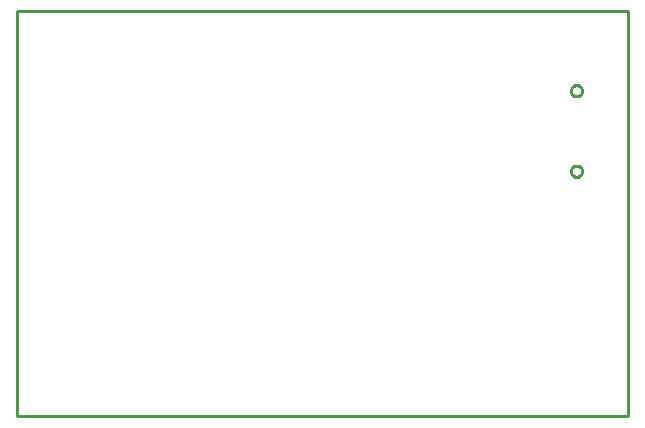
<source format=gko>
G04 EAGLE Gerber RS-274X export*
G75*
%MOMM*%
%FSLAX34Y34*%
%LPD*%
%INBoard Outline*%
%IPPOS*%
%AMOC8*
5,1,8,0,0,1.08239X$1,22.5*%
G01*
%ADD10C,0.000000*%
%ADD11C,0.254000*%


D10*
X0Y508000D02*
X517400Y508000D01*
X517400Y850800D01*
X0Y850800D01*
X0Y508000D01*
X469080Y715534D02*
X469082Y715672D01*
X469088Y715809D01*
X469098Y715946D01*
X469112Y716083D01*
X469130Y716219D01*
X469152Y716355D01*
X469177Y716490D01*
X469207Y716624D01*
X469240Y716758D01*
X469278Y716890D01*
X469319Y717021D01*
X469364Y717151D01*
X469413Y717280D01*
X469465Y717407D01*
X469521Y717533D01*
X469581Y717657D01*
X469644Y717779D01*
X469711Y717899D01*
X469781Y718017D01*
X469854Y718134D01*
X469931Y718248D01*
X470012Y718359D01*
X470095Y718469D01*
X470181Y718576D01*
X470271Y718680D01*
X470364Y718782D01*
X470459Y718881D01*
X470557Y718977D01*
X470658Y719070D01*
X470762Y719160D01*
X470868Y719248D01*
X470977Y719332D01*
X471088Y719413D01*
X471202Y719491D01*
X471317Y719565D01*
X471435Y719636D01*
X471555Y719704D01*
X471677Y719768D01*
X471800Y719828D01*
X471925Y719885D01*
X472052Y719939D01*
X472180Y719988D01*
X472310Y720034D01*
X472441Y720076D01*
X472573Y720115D01*
X472706Y720149D01*
X472840Y720180D01*
X472975Y720206D01*
X473111Y720229D01*
X473247Y720248D01*
X473384Y720263D01*
X473521Y720274D01*
X473658Y720281D01*
X473796Y720284D01*
X473933Y720283D01*
X474071Y720278D01*
X474208Y720269D01*
X474345Y720256D01*
X474481Y720239D01*
X474617Y720218D01*
X474752Y720194D01*
X474887Y720165D01*
X475021Y720132D01*
X475153Y720096D01*
X475285Y720056D01*
X475415Y720012D01*
X475544Y719964D01*
X475672Y719912D01*
X475798Y719857D01*
X475922Y719799D01*
X476044Y719736D01*
X476165Y719670D01*
X476284Y719601D01*
X476401Y719528D01*
X476515Y719452D01*
X476628Y719373D01*
X476738Y719290D01*
X476845Y719204D01*
X476950Y719116D01*
X477052Y719024D01*
X477152Y718929D01*
X477249Y718831D01*
X477343Y718731D01*
X477434Y718628D01*
X477522Y718522D01*
X477607Y718414D01*
X477689Y718304D01*
X477768Y718191D01*
X477843Y718076D01*
X477915Y717958D01*
X477983Y717839D01*
X478048Y717718D01*
X478110Y717595D01*
X478167Y717470D01*
X478222Y717344D01*
X478272Y717216D01*
X478319Y717087D01*
X478362Y716956D01*
X478401Y716824D01*
X478437Y716691D01*
X478468Y716557D01*
X478496Y716423D01*
X478520Y716287D01*
X478540Y716151D01*
X478556Y716015D01*
X478568Y715878D01*
X478576Y715740D01*
X478580Y715603D01*
X478580Y715465D01*
X478576Y715328D01*
X478568Y715190D01*
X478556Y715053D01*
X478540Y714917D01*
X478520Y714781D01*
X478496Y714645D01*
X478468Y714511D01*
X478437Y714377D01*
X478401Y714244D01*
X478362Y714112D01*
X478319Y713981D01*
X478272Y713852D01*
X478222Y713724D01*
X478167Y713598D01*
X478110Y713473D01*
X478048Y713350D01*
X477983Y713229D01*
X477915Y713110D01*
X477843Y712992D01*
X477768Y712877D01*
X477689Y712764D01*
X477607Y712654D01*
X477522Y712546D01*
X477434Y712440D01*
X477343Y712337D01*
X477249Y712237D01*
X477152Y712139D01*
X477052Y712044D01*
X476950Y711952D01*
X476845Y711864D01*
X476738Y711778D01*
X476628Y711695D01*
X476515Y711616D01*
X476401Y711540D01*
X476284Y711467D01*
X476165Y711398D01*
X476044Y711332D01*
X475922Y711269D01*
X475798Y711211D01*
X475672Y711156D01*
X475544Y711104D01*
X475415Y711056D01*
X475285Y711012D01*
X475153Y710972D01*
X475021Y710936D01*
X474887Y710903D01*
X474752Y710874D01*
X474617Y710850D01*
X474481Y710829D01*
X474345Y710812D01*
X474208Y710799D01*
X474071Y710790D01*
X473933Y710785D01*
X473796Y710784D01*
X473658Y710787D01*
X473521Y710794D01*
X473384Y710805D01*
X473247Y710820D01*
X473111Y710839D01*
X472975Y710862D01*
X472840Y710888D01*
X472706Y710919D01*
X472573Y710953D01*
X472441Y710992D01*
X472310Y711034D01*
X472180Y711080D01*
X472052Y711129D01*
X471925Y711183D01*
X471800Y711240D01*
X471677Y711300D01*
X471555Y711364D01*
X471435Y711432D01*
X471317Y711503D01*
X471202Y711577D01*
X471088Y711655D01*
X470977Y711736D01*
X470868Y711820D01*
X470762Y711908D01*
X470658Y711998D01*
X470557Y712091D01*
X470459Y712187D01*
X470364Y712286D01*
X470271Y712388D01*
X470181Y712492D01*
X470095Y712599D01*
X470012Y712709D01*
X469931Y712820D01*
X469854Y712934D01*
X469781Y713051D01*
X469711Y713169D01*
X469644Y713289D01*
X469581Y713411D01*
X469521Y713535D01*
X469465Y713661D01*
X469413Y713788D01*
X469364Y713917D01*
X469319Y714047D01*
X469278Y714178D01*
X469240Y714310D01*
X469207Y714444D01*
X469177Y714578D01*
X469152Y714713D01*
X469130Y714849D01*
X469112Y714985D01*
X469098Y715122D01*
X469088Y715259D01*
X469082Y715396D01*
X469080Y715534D01*
X469080Y783534D02*
X469082Y783672D01*
X469088Y783809D01*
X469098Y783946D01*
X469112Y784083D01*
X469130Y784219D01*
X469152Y784355D01*
X469177Y784490D01*
X469207Y784624D01*
X469240Y784758D01*
X469278Y784890D01*
X469319Y785021D01*
X469364Y785151D01*
X469413Y785280D01*
X469465Y785407D01*
X469521Y785533D01*
X469581Y785657D01*
X469644Y785779D01*
X469711Y785899D01*
X469781Y786017D01*
X469854Y786134D01*
X469931Y786248D01*
X470012Y786359D01*
X470095Y786469D01*
X470181Y786576D01*
X470271Y786680D01*
X470364Y786782D01*
X470459Y786881D01*
X470557Y786977D01*
X470658Y787070D01*
X470762Y787160D01*
X470868Y787248D01*
X470977Y787332D01*
X471088Y787413D01*
X471202Y787491D01*
X471317Y787565D01*
X471435Y787636D01*
X471555Y787704D01*
X471677Y787768D01*
X471800Y787828D01*
X471925Y787885D01*
X472052Y787939D01*
X472180Y787988D01*
X472310Y788034D01*
X472441Y788076D01*
X472573Y788115D01*
X472706Y788149D01*
X472840Y788180D01*
X472975Y788206D01*
X473111Y788229D01*
X473247Y788248D01*
X473384Y788263D01*
X473521Y788274D01*
X473658Y788281D01*
X473796Y788284D01*
X473933Y788283D01*
X474071Y788278D01*
X474208Y788269D01*
X474345Y788256D01*
X474481Y788239D01*
X474617Y788218D01*
X474752Y788194D01*
X474887Y788165D01*
X475021Y788132D01*
X475153Y788096D01*
X475285Y788056D01*
X475415Y788012D01*
X475544Y787964D01*
X475672Y787912D01*
X475798Y787857D01*
X475922Y787799D01*
X476044Y787736D01*
X476165Y787670D01*
X476284Y787601D01*
X476401Y787528D01*
X476515Y787452D01*
X476628Y787373D01*
X476738Y787290D01*
X476845Y787204D01*
X476950Y787116D01*
X477052Y787024D01*
X477152Y786929D01*
X477249Y786831D01*
X477343Y786731D01*
X477434Y786628D01*
X477522Y786522D01*
X477607Y786414D01*
X477689Y786304D01*
X477768Y786191D01*
X477843Y786076D01*
X477915Y785958D01*
X477983Y785839D01*
X478048Y785718D01*
X478110Y785595D01*
X478167Y785470D01*
X478222Y785344D01*
X478272Y785216D01*
X478319Y785087D01*
X478362Y784956D01*
X478401Y784824D01*
X478437Y784691D01*
X478468Y784557D01*
X478496Y784423D01*
X478520Y784287D01*
X478540Y784151D01*
X478556Y784015D01*
X478568Y783878D01*
X478576Y783740D01*
X478580Y783603D01*
X478580Y783465D01*
X478576Y783328D01*
X478568Y783190D01*
X478556Y783053D01*
X478540Y782917D01*
X478520Y782781D01*
X478496Y782645D01*
X478468Y782511D01*
X478437Y782377D01*
X478401Y782244D01*
X478362Y782112D01*
X478319Y781981D01*
X478272Y781852D01*
X478222Y781724D01*
X478167Y781598D01*
X478110Y781473D01*
X478048Y781350D01*
X477983Y781229D01*
X477915Y781110D01*
X477843Y780992D01*
X477768Y780877D01*
X477689Y780764D01*
X477607Y780654D01*
X477522Y780546D01*
X477434Y780440D01*
X477343Y780337D01*
X477249Y780237D01*
X477152Y780139D01*
X477052Y780044D01*
X476950Y779952D01*
X476845Y779864D01*
X476738Y779778D01*
X476628Y779695D01*
X476515Y779616D01*
X476401Y779540D01*
X476284Y779467D01*
X476165Y779398D01*
X476044Y779332D01*
X475922Y779269D01*
X475798Y779211D01*
X475672Y779156D01*
X475544Y779104D01*
X475415Y779056D01*
X475285Y779012D01*
X475153Y778972D01*
X475021Y778936D01*
X474887Y778903D01*
X474752Y778874D01*
X474617Y778850D01*
X474481Y778829D01*
X474345Y778812D01*
X474208Y778799D01*
X474071Y778790D01*
X473933Y778785D01*
X473796Y778784D01*
X473658Y778787D01*
X473521Y778794D01*
X473384Y778805D01*
X473247Y778820D01*
X473111Y778839D01*
X472975Y778862D01*
X472840Y778888D01*
X472706Y778919D01*
X472573Y778953D01*
X472441Y778992D01*
X472310Y779034D01*
X472180Y779080D01*
X472052Y779129D01*
X471925Y779183D01*
X471800Y779240D01*
X471677Y779300D01*
X471555Y779364D01*
X471435Y779432D01*
X471317Y779503D01*
X471202Y779577D01*
X471088Y779655D01*
X470977Y779736D01*
X470868Y779820D01*
X470762Y779908D01*
X470658Y779998D01*
X470557Y780091D01*
X470459Y780187D01*
X470364Y780286D01*
X470271Y780388D01*
X470181Y780492D01*
X470095Y780599D01*
X470012Y780709D01*
X469931Y780820D01*
X469854Y780934D01*
X469781Y781051D01*
X469711Y781169D01*
X469644Y781289D01*
X469581Y781411D01*
X469521Y781535D01*
X469465Y781661D01*
X469413Y781788D01*
X469364Y781917D01*
X469319Y782047D01*
X469278Y782178D01*
X469240Y782310D01*
X469207Y782444D01*
X469177Y782578D01*
X469152Y782713D01*
X469130Y782849D01*
X469112Y782985D01*
X469098Y783122D01*
X469088Y783259D01*
X469082Y783396D01*
X469080Y783534D01*
D11*
X0Y508000D02*
X517400Y508000D01*
X517400Y850800D01*
X0Y850800D01*
X0Y508000D01*
X474097Y720284D02*
X474627Y720224D01*
X475147Y720105D01*
X475651Y719929D01*
X476131Y719698D01*
X476583Y719414D01*
X477000Y719081D01*
X477377Y718704D01*
X477710Y718287D01*
X477994Y717835D01*
X478225Y717354D01*
X478402Y716851D01*
X478520Y716331D01*
X478580Y715800D01*
X478580Y715267D01*
X478520Y714737D01*
X478402Y714217D01*
X478225Y713713D01*
X477994Y713232D01*
X477710Y712781D01*
X477377Y712364D01*
X477000Y711986D01*
X476583Y711654D01*
X476131Y711370D01*
X475651Y711138D01*
X475147Y710962D01*
X474627Y710843D01*
X474097Y710784D01*
X473563Y710784D01*
X473033Y710843D01*
X472513Y710962D01*
X472009Y711138D01*
X471529Y711370D01*
X471077Y711654D01*
X470660Y711986D01*
X470283Y712364D01*
X469950Y712781D01*
X469666Y713232D01*
X469435Y713713D01*
X469258Y714217D01*
X469140Y714737D01*
X469080Y715267D01*
X469080Y715800D01*
X469140Y716331D01*
X469258Y716851D01*
X469435Y717354D01*
X469666Y717835D01*
X469950Y718287D01*
X470283Y718704D01*
X470660Y719081D01*
X471077Y719414D01*
X471529Y719698D01*
X472009Y719929D01*
X472513Y720105D01*
X473033Y720224D01*
X473563Y720284D01*
X474097Y720284D01*
X474097Y788284D02*
X474627Y788224D01*
X475147Y788105D01*
X475651Y787929D01*
X476131Y787698D01*
X476583Y787414D01*
X477000Y787081D01*
X477377Y786704D01*
X477710Y786287D01*
X477994Y785835D01*
X478225Y785354D01*
X478402Y784851D01*
X478520Y784331D01*
X478580Y783800D01*
X478580Y783267D01*
X478520Y782737D01*
X478402Y782217D01*
X478225Y781713D01*
X477994Y781232D01*
X477710Y780781D01*
X477377Y780364D01*
X477000Y779986D01*
X476583Y779654D01*
X476131Y779370D01*
X475651Y779138D01*
X475147Y778962D01*
X474627Y778843D01*
X474097Y778784D01*
X473563Y778784D01*
X473033Y778843D01*
X472513Y778962D01*
X472009Y779138D01*
X471529Y779370D01*
X471077Y779654D01*
X470660Y779986D01*
X470283Y780364D01*
X469950Y780781D01*
X469666Y781232D01*
X469435Y781713D01*
X469258Y782217D01*
X469140Y782737D01*
X469080Y783267D01*
X469080Y783800D01*
X469140Y784331D01*
X469258Y784851D01*
X469435Y785354D01*
X469666Y785835D01*
X469950Y786287D01*
X470283Y786704D01*
X470660Y787081D01*
X471077Y787414D01*
X471529Y787698D01*
X472009Y787929D01*
X472513Y788105D01*
X473033Y788224D01*
X473563Y788284D01*
X474097Y788284D01*
M02*

</source>
